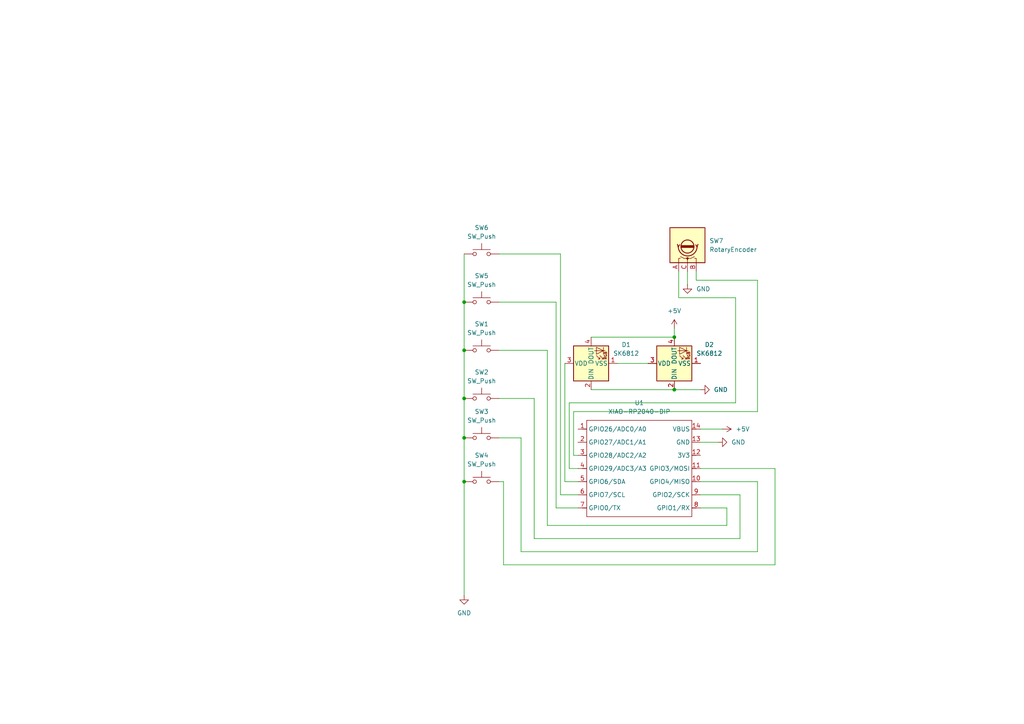
<source format=kicad_sch>
(kicad_sch (version 20250114) (generator "eeschema") (generator_version "9.0")
  (paper "A4")
  (lib_symbols
    (symbol "Device:RotaryEncoder" (pin_names (offset 0.254) (hide yes))
      (property "Reference" "SW" (at 0 6.604 0))
      (property "Value" "RotaryEncoder" (at 0 -6.604 0))
      (symbol "RotaryEncoder_0_1"
        (rectangle (start -5.08 5.08) (end 5.08 -5.08) (stroke (width 0.254)) (fill (type background)))
        (polyline (pts (xy -5.08 2.54) (xy -3.81 2.54) (xy -3.81 2.032)))
        (polyline (pts (xy -5.08 0) (xy -3.81 0) (xy -3.81 -1.016) (xy -3.302 -2.032)))
        (polyline (pts (xy -5.08 -2.54) (xy -3.81 -2.54) (xy -3.81 -2.032)))
        (polyline (pts (xy -4.318 0) (xy -3.81 0) (xy -3.81 1.016) (xy -3.302 2.032)))
        (circle (center -3.81 0) (radius 0.254) (fill (type outline)))
        (polyline (pts (xy -0.635 -1.778) (xy -0.635 1.778)) (stroke (width 0.254)))
        (circle (center -0.381 0) (radius 1.905) (stroke (width 0.254)))
        (polyline (pts (xy -0.381 -1.778) (xy -0.381 1.778)) (stroke (width 0.254)))
        (arc (start -0.381 -2.794) (mid -3.0988 -0.0635) (end -0.381 2.667) (stroke (width 0.254)))
        (polyline (pts (xy -0.127 1.778) (xy -0.127 -1.778)) (stroke (width 0.254)))
        (polyline (pts (xy 0.254 2.921) (xy -0.508 2.667) (xy 0.127 2.286)) (stroke (width 0.254)))
        (polyline (pts (xy 0.254 -3.048) (xy -0.508 -2.794) (xy 0.127 -2.413)) (stroke (width 0.254)))
      )
      (symbol "RotaryEncoder_1_1"
        (pin passive line (at -7.62 2.54 0) (length 2.54) (name "A") (number "A"))
        (pin passive line (at -7.62 0 0) (length 2.54) (name "C") (number "C"))
        (pin passive line (at -7.62 -2.54 0) (length 2.54) (name "B") (number "B"))
      )
    )
    (symbol "LED:SK6812" (pin_names (offset 0.254))
      (property "Reference" "D" (at 5.08 5.715 0))
      (property "Value" "SK6812" (at 1.27 -5.715 0))
      (symbol "SK6812_0_0"
        (text "RGB" (at 2.286 -4.191 0) (effects (font (size 0.762 0.762))))
      )
      (symbol "SK6812_0_1"
        (polyline (pts (xy 1.27 -2.54) (xy 1.778 -2.54)))
        (polyline (pts (xy 1.27 -3.556) (xy 1.778 -3.556)))
        (polyline (pts (xy 2.286 -1.524) (xy 1.27 -2.54) (xy 1.27 -2.032)))
        (polyline (pts (xy 2.286 -2.54) (xy 1.27 -3.556) (xy 1.27 -3.048)))
        (polyline (pts (xy 3.683 -1.016) (xy 3.683 -3.556) (xy 3.683 -4.064)))
        (polyline (pts (xy 4.699 -1.524) (xy 2.667 -1.524) (xy 3.683 -3.556) (xy 4.699 -1.524)))
        (polyline (pts (xy 4.699 -3.556) (xy 2.667 -3.556)))
        (rectangle (start 5.08 5.08) (end -5.08 -5.08) (stroke (width 0.254)) (fill (type background)))
      )
      (symbol "SK6812_1_1"
        (pin input line (at -7.62 0 0) (length 2.54) (name "DIN") (number "2"))
        (pin power_in line (at 0 7.62 270) (length 2.54) (name "VDD") (number "3"))
        (pin power_in line (at 0 -7.62 90) (length 2.54) (name "VSS") (number "1"))
        (pin output line (at 7.62 0 180) (length 2.54) (name "DOUT") (number "4"))
      )
    )
    (symbol "Switch:SW_Push" (pin_numbers (hide yes)) (pin_names (offset 1.016) (hide yes))
      (property "Reference" "SW" (at 1.27 2.54 0))
      (property "Value" "SW_Push" (at 0 -1.524 0))
      (symbol "SW_Push_0_1"
        (circle (center -2.032 0) (radius 0.508))
        (polyline (pts (xy 0 1.27) (xy 0 3.048)))
        (circle (center 2.032 0) (radius 0.508))
        (polyline (pts (xy 2.54 1.27) (xy -2.54 1.27)))
        (pin passive line (at -5.08 0 0) (length 2.54) (name "1") (number "1"))
        (pin passive line (at 5.08 0 180) (length 2.54) (name "2") (number "2"))
      )
    )
    (symbol "opl:XIAO-RP2040-DIP"
      (property "Reference" "U" (at 0 0 0))
      (property "Value" "XIAO-RP2040-DIP" (at 5.334 -1.778 0))
      (symbol "XIAO-RP2040-DIP_1_0"
        (polyline (pts (xy -1.27 -2.54) (xy 29.21 -2.54)) (stroke (width 0.1524)))
        (polyline (pts (xy -1.27 -5.08) (xy -2.54 -5.08)) (stroke (width 0.1524)))
        (polyline (pts (xy -1.27 -5.08) (xy -1.27 -2.54)) (stroke (width 0.1524)))
        (polyline (pts (xy -1.27 -8.89) (xy -2.54 -8.89)) (stroke (width 0.1524)))
        (polyline (pts (xy -1.27 -8.89) (xy -1.27 -5.08)) (stroke (width 0.1524)))
        (polyline (pts (xy -1.27 -12.7) (xy -2.54 -12.7)) (stroke (width 0.1524)))
        (polyline (pts (xy -1.27 -12.7) (xy -1.27 -8.89)) (stroke (width 0.1524)))
        (polyline (pts (xy -1.27 -16.51) (xy -2.54 -16.51)) (stroke (width 0.1524)))
        (polyline (pts (xy -1.27 -16.51) (xy -1.27 -12.7)) (stroke (width 0.1524)))
        (polyline (pts (xy -1.27 -20.32) (xy -2.54 -20.32)) (stroke (width 0.1524)))
        (polyline (pts (xy -1.27 -24.13) (xy -2.54 -24.13)) (stroke (width 0.1524)))
        (polyline (pts (xy -1.27 -27.94) (xy -2.54 -27.94)) (stroke (width 0.1524)))
        (polyline (pts (xy -1.27 -30.48) (xy -1.27 -16.51)) (stroke (width 0.1524)))
        (polyline (pts (xy 29.21 -2.54) (xy 29.21 -5.08)) (stroke (width 0.1524)))
        (polyline (pts (xy 29.21 -5.08) (xy 29.21 -8.89)) (stroke (width 0.1524)))
        (polyline (pts (xy 29.21 -8.89) (xy 29.21 -12.7)) (stroke (width 0.1524)))
        (polyline (pts (xy 29.21 -12.7) (xy 29.21 -30.48)) (stroke (width 0.1524)))
        (polyline (pts (xy 29.21 -30.48) (xy -1.27 -30.48)) (stroke (width 0.1524)))
        (polyline (pts (xy 30.48 -5.08) (xy 29.21 -5.08)) (stroke (width 0.1524)))
        (polyline (pts (xy 30.48 -8.89) (xy 29.21 -8.89)) (stroke (width 0.1524)))
        (polyline (pts (xy 30.48 -12.7) (xy 29.21 -12.7)) (stroke (width 0.1524)))
        (polyline (pts (xy 30.48 -16.51) (xy 29.21 -16.51)) (stroke (width 0.1524)))
        (polyline (pts (xy 30.48 -20.32) (xy 29.21 -20.32)) (stroke (width 0.1524)))
        (polyline (pts (xy 30.48 -24.13) (xy 29.21 -24.13)) (stroke (width 0.1524)))
        (polyline (pts (xy 30.48 -27.94) (xy 29.21 -27.94)) (stroke (width 0.1524)))
        (pin passive line (at -3.81 -5.08 0) (length 2.54) (name "GPIO26/ADC0/A0") (number "1"))
        (pin passive line (at -3.81 -8.89 0) (length 2.54) (name "GPIO27/ADC1/A1") (number "2"))
        (pin passive line (at -3.81 -12.7 0) (length 2.54) (name "GPIO28/ADC2/A2") (number "3"))
        (pin passive line (at -3.81 -16.51 0) (length 2.54) (name "GPIO29/ADC3/A3") (number "4"))
        (pin passive line (at -3.81 -20.32 0) (length 2.54) (name "GPIO6/SDA") (number "5"))
        (pin passive line (at -3.81 -24.13 0) (length 2.54) (name "GPIO7/SCL") (number "6"))
        (pin passive line (at -3.81 -27.94 0) (length 2.54) (name "GPIO0/TX") (number "7"))
        (pin passive line (at 31.75 -5.08 180) (length 2.54) (name "VBUS") (number "14"))
        (pin passive line (at 31.75 -8.89 180) (length 2.54) (name "GND") (number "13"))
        (pin passive line (at 31.75 -12.7 180) (length 2.54) (name "3V3") (number "12"))
        (pin passive line (at 31.75 -16.51 180) (length 2.54) (name "GPIO3/MOSI") (number "11"))
        (pin passive line (at 31.75 -20.32 180) (length 2.54) (name "GPIO4/MISO") (number "10"))
        (pin passive line (at 31.75 -24.13 180) (length 2.54) (name "GPIO2/SCK") (number "9"))
        (pin passive line (at 31.75 -27.94 180) (length 2.54) (name "GPIO1/RX") (number "8"))
      )
    )
    (symbol "power:+5V" (power) (pin_numbers (hide yes)) (pin_names (offset 0) (hide yes))
      (property "Value" "+5V" (at 0 3.556 0))
      (symbol "+5V_0_1"
        (polyline (pts (xy -0.762 1.27) (xy 0 2.54)))
        (polyline (pts (xy 0 2.54) (xy 0.762 1.27)))
        (polyline (pts (xy 0 0) (xy 0 2.54)))
      )
      (symbol "+5V_1_1"
        (pin power_in line (at 0 0 90) (length 0) (name "~") (number "1"))
      )
    )
    (symbol "power:GND" (power) (pin_numbers (hide yes)) (pin_names (offset 0) (hide yes))
      (property "Value" "GND" (at 0 -3.81 0))
      (symbol "GND_0_1"
        (polyline (pts (xy 0 0) (xy 0 -1.27) (xy 1.27 -1.27) (xy 0 -2.54) (xy -1.27 -1.27) (xy 0 -1.27)))
      )
      (symbol "GND_1_1"
        (pin power_in line (at 0 0 270) (length 0) (name "~") (number "1"))
      )
    )
  )
  (junction (at 195.58 97.79))
  (junction (at 134.62 139.7))
  (junction (at 195.58 113.03))
  (junction (at 134.62 101.6))
  (junction (at 134.62 127))
  (junction (at 134.62 115.57))
  (junction (at 134.62 87.63))
  (wire (pts (xy 195.58 95.25) (xy 195.58 97.79)))
  (wire (pts (xy 199.39 78.74) (xy 199.39 82.55)))
  (wire (pts (xy 171.45 113.03) (xy 195.58 113.03)))
  (wire (pts (xy 144.78 139.7) (xy 146.05 139.7)))
  (wire (pts (xy 224.79 163.83) (xy 224.79 135.89)))
  (wire (pts (xy 167.64 147.32) (xy 161.29 147.32)))
  (wire (pts (xy 151.13 127) (xy 151.13 160.02)))
  (wire (pts (xy 165.1 116.84) (xy 165.1 135.89)))
  (wire (pts (xy 154.94 156.21) (xy 214.63 156.21)))
  (wire (pts (xy 146.05 139.7) (xy 146.05 163.83)))
  (wire (pts (xy 134.62 87.63) (xy 134.62 101.6)))
  (wire (pts (xy 144.78 73.66) (xy 162.56 73.66)))
  (wire (pts (xy 179.07 105.41) (xy 187.96 105.41)))
  (wire (pts (xy 201.93 78.74) (xy 201.93 81.28)))
  (wire (pts (xy 213.36 116.84) (xy 165.1 116.84)))
  (wire (pts (xy 162.56 73.66) (xy 162.56 143.51)))
  (wire (pts (xy 134.62 127) (xy 134.62 139.7)))
  (wire (pts (xy 154.94 115.57) (xy 154.94 156.21)))
  (wire (pts (xy 163.83 105.41) (xy 163.83 139.7)))
  (wire (pts (xy 134.62 101.6) (xy 134.62 115.57)))
  (wire (pts (xy 151.13 160.02) (xy 219.71 160.02)))
  (wire (pts (xy 224.79 135.89) (xy 203.2 135.89)))
  (wire (pts (xy 134.62 115.57) (xy 134.62 127)))
  (wire (pts (xy 203.2 128.27) (xy 208.28 128.27)))
  (wire (pts (xy 162.56 143.51) (xy 167.64 143.51)))
  (wire (pts (xy 146.05 163.83) (xy 224.79 163.83)))
  (wire (pts (xy 144.78 127) (xy 151.13 127)))
  (wire (pts (xy 134.62 139.7) (xy 134.62 172.72)))
  (wire (pts (xy 219.71 160.02) (xy 219.71 139.7)))
  (wire (pts (xy 163.83 139.7) (xy 167.64 139.7)))
  (wire (pts (xy 144.78 115.57) (xy 154.94 115.57)))
  (wire (pts (xy 196.85 86.36) (xy 213.36 86.36)))
  (wire (pts (xy 213.36 86.36) (xy 213.36 116.84)))
  (wire (pts (xy 165.1 135.89) (xy 167.64 135.89)))
  (wire (pts (xy 161.29 87.63) (xy 144.78 87.63)))
  (wire (pts (xy 210.82 152.4) (xy 210.82 147.32)))
  (wire (pts (xy 203.2 113.03) (xy 195.58 113.03)))
  (wire (pts (xy 219.71 81.28) (xy 219.71 119.38)))
  (wire (pts (xy 166.37 132.08) (xy 167.64 132.08)))
  (wire (pts (xy 203.2 143.51) (xy 214.63 143.51)))
  (wire (pts (xy 171.45 97.79) (xy 195.58 97.79)))
  (wire (pts (xy 219.71 119.38) (xy 166.37 119.38)))
  (wire (pts (xy 201.93 81.28) (xy 219.71 81.28)))
  (wire (pts (xy 158.75 101.6) (xy 158.75 152.4)))
  (wire (pts (xy 210.82 147.32) (xy 203.2 147.32)))
  (wire (pts (xy 144.78 101.6) (xy 158.75 101.6)))
  (wire (pts (xy 166.37 119.38) (xy 166.37 132.08)))
  (wire (pts (xy 203.2 124.46) (xy 209.55 124.46)))
  (wire (pts (xy 161.29 147.32) (xy 161.29 87.63)))
  (wire (pts (xy 203.2 139.7) (xy 219.71 139.7)))
  (wire (pts (xy 158.75 152.4) (xy 210.82 152.4)))
  (wire (pts (xy 214.63 156.21) (xy 214.63 143.51)))
  (wire (pts (xy 196.85 78.74) (xy 196.85 86.36)))
  (wire (pts (xy 134.62 73.66) (xy 134.62 87.63)))
  (symbol (lib_id "Switch:SW_Push") (at 139.7 127 0) (unit 1)
    (property "Reference" "SW3" (at 139.7 119.38 0))
    (property "Value" "SW_Push" (at 139.7 121.92 0))
    (property "Footprint" "Button_Switch_Keyboard:SW_Cherry_MX_1.00u_PCB" (effects (hide yes)))
    (property "Description" "Push button switch, generic, two pins" (effects (hide yes)))
  )
  (symbol (lib_id "Switch:SW_Push") (at 139.7 73.66 0) (unit 1)
    (property "Reference" "SW6" (at 139.7 66.04 0))
    (property "Value" "SW_Push" (at 139.7 68.58 0))
    (property "Footprint" "Button_Switch_Keyboard:SW_Cherry_MX_1.00u_PCB" (effects (hide yes)))
    (property "Description" "Push button switch, generic, two pins" (effects (hide yes)))
  )
  (symbol (lib_id "LED:SK6812") (at 171.45 105.41 90) (unit 1)
    (property "Reference" "D1" (at 181.61 99.9646 90))
    (property "Value" "SK6812" (at 181.61 102.5046 90))
    (property "Footprint" "LED_SMD:LED_SK6812MINI_PLCC4_3.5x3.5mm_P1.75mm" (effects (hide yes)))
    (property "Datasheet" "https://cdn-shop.adafruit.com/product-files/1138/SK6812+LED+datasheet+.pdf" (effects (hide yes)))
    (property "Description" "RGB LED with integrated controller" (effects (hide yes)))
  )
  (symbol (lib_id "Device:RotaryEncoder") (at 199.39 71.12 90) (unit 1)
    (property "Reference" "SW7" (at 205.74 69.8499 90) (effects (justify right)))
    (property "Value" "RotaryEncoder" (at 205.74 72.3899 90) (effects (justify right)))
    (property "Footprint" "Rotary_Encoder:RotaryEncoder_Alps_EC11E_Vertical_H20mm" (effects (hide yes)))
    (property "Description" "Rotary encoder, dual channel, incremental quadrate outputs" (effects (hide yes)))
  )
  (symbol (lib_id "Switch:SW_Push") (at 139.7 139.7 0) (unit 1)
    (property "Reference" "SW4" (at 139.7 132.08 0))
    (property "Value" "SW_Push" (at 139.7 134.62 0))
    (property "Footprint" "Button_Switch_Keyboard:SW_Cherry_MX_1.00u_PCB" (effects (hide yes)))
    (property "Description" "Push button switch, generic, two pins" (effects (hide yes)))
  )
  (symbol (lib_id "Switch:SW_Push") (at 139.7 115.57 0) (unit 1)
    (property "Reference" "SW2" (at 139.7 107.95 0))
    (property "Value" "SW_Push" (at 139.7 110.49 0))
    (property "Footprint" "Button_Switch_Keyboard:SW_Cherry_MX_1.00u_PCB" (effects (hide yes)))
    (property "Description" "Push button switch, generic, two pins" (effects (hide yes)))
  )
  (symbol (lib_id "Switch:SW_Push") (at 139.7 87.63 0) (unit 1)
    (property "Reference" "SW5" (at 139.7 80.01 0))
    (property "Value" "SW_Push" (at 139.7 82.55 0))
    (property "Footprint" "Button_Switch_Keyboard:SW_Cherry_MX_1.00u_PCB" (effects (hide yes)))
    (property "Description" "Push button switch, generic, two pins" (effects (hide yes)))
  )
  (symbol (lib_id "power:GND") (at 203.2 113.03 90) (unit 1)
    (property "Reference" "#PWR01" (effects (hide yes)))
    (property "Value" "GND" (at 207.01 113.0299 90) (effects (justify right)))
    (property "Description" "Power symbol creates a global label with name \"GND\" , ground" (effects (hide yes)))
  )
  (symbol (lib_id "Switch:SW_Push") (at 139.7 101.6 0) (unit 1)
    (property "Reference" "SW1" (at 139.7 93.98 0))
    (property "Value" "SW_Push" (at 139.7 96.52 0))
    (property "Footprint" "Button_Switch_Keyboard:SW_Cherry_MX_1.00u_PCB" (effects (hide yes)))
    (property "Description" "Push button switch, generic, two pins" (effects (hide yes)))
  )
  (symbol (lib_id "power:+5V") (at 209.55 124.46 270) (unit 1)
    (property "Reference" "#PWR05" (effects (hide yes)))
    (property "Value" "+5V" (at 213.36 124.4599 90) (effects (justify left)))
    (property "Description" "Power symbol creates a global label with name \"+5V\"" (effects (hide yes)))
  )
  (symbol (lib_id "power:GND") (at 134.62 172.72 0) (unit 1)
    (property "Reference" "#PWR02" (effects (hide yes)))
    (property "Value" "GND" (at 134.62 177.8 0))
    (property "Description" "Power symbol creates a global label with name \"GND\" , ground" (effects (hide yes)))
  )
  (symbol (lib_id "LED:SK6812") (at 195.58 105.41 90) (unit 1)
    (property "Reference" "D2" (at 205.74 99.9646 90))
    (property "Value" "SK6812" (at 205.74 102.5046 90))
    (property "Footprint" "LED_SMD:LED_SK6812MINI_PLCC4_3.5x3.5mm_P1.75mm" (effects (hide yes)))
    (property "Datasheet" "https://cdn-shop.adafruit.com/product-files/1138/SK6812+LED+datasheet+.pdf" (effects (hide yes)))
    (property "Description" "RGB LED with integrated controller" (effects (hide yes)))
  )
  (symbol (lib_id "power:GND") (at 208.28 128.27 90) (unit 1)
    (property "Reference" "#PWR03" (effects (hide yes)))
    (property "Value" "GND" (at 212.09 128.2699 90) (effects (justify right)))
    (property "Description" "Power symbol creates a global label with name \"GND\" , ground" (effects (hide yes)))
  )
  (symbol (lib_id "opl:XIAO-RP2040-DIP") (at 171.45 119.38 0) (unit 1)
    (property "Reference" "U1" (at 185.42 116.84 0))
    (property "Value" "XIAO-RP2040-DIP" (at 185.42 119.38 0))
    (property "Footprint" "opl:XIAO-RP2040-DIP" (effects (hide yes)))
  )
  (symbol (lib_id "power:GND") (at 199.39 82.55 0) (unit 1)
    (property "Reference" "#PWR06" (effects (hide yes)))
    (property "Value" "GND" (at 201.93 83.8199 0) (effects (justify left)))
    (property "Description" "Power symbol creates a global label with name \"GND\" , ground" (effects (hide yes)))
  )
  (symbol (lib_id "power:+5V") (at 195.58 95.25 0) (unit 1)
    (property "Reference" "#PWR04" (effects (hide yes)))
    (property "Value" "+5V" (at 195.58 90.17 0))
    (property "Description" "Power symbol creates a global label with name \"+5V\"" (effects (hide yes)))
  )
)
</source>
